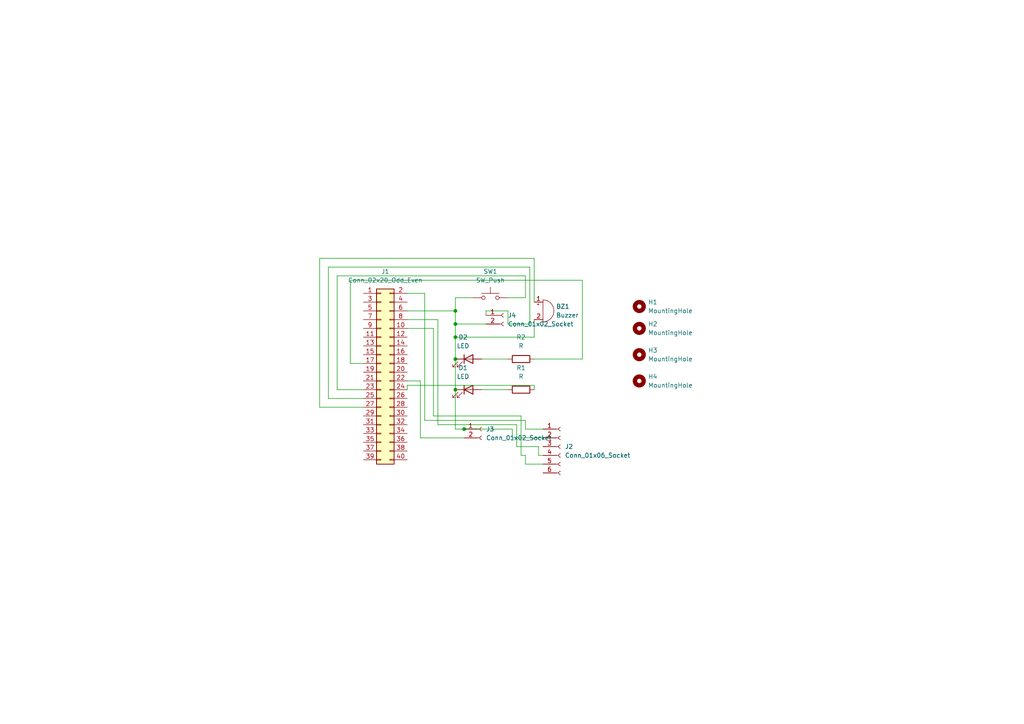
<source format=kicad_sch>
(kicad_sch (version 20230121) (generator eeschema)

  (uuid faf9f558-d058-469c-91ce-6083dbb2f944)

  (paper "A4")

  (lib_symbols
    (symbol "Connector:Conn_01x02_Socket" (pin_names (offset 1.016) hide) (in_bom yes) (on_board yes)
      (property "Reference" "J" (at 0 2.54 0)
        (effects (font (size 1.27 1.27)))
      )
      (property "Value" "Conn_01x02_Socket" (at 0 -5.08 0)
        (effects (font (size 1.27 1.27)))
      )
      (property "Footprint" "" (at 0 0 0)
        (effects (font (size 1.27 1.27)) hide)
      )
      (property "Datasheet" "~" (at 0 0 0)
        (effects (font (size 1.27 1.27)) hide)
      )
      (property "ki_locked" "" (at 0 0 0)
        (effects (font (size 1.27 1.27)))
      )
      (property "ki_keywords" "connector" (at 0 0 0)
        (effects (font (size 1.27 1.27)) hide)
      )
      (property "ki_description" "Generic connector, single row, 01x02, script generated" (at 0 0 0)
        (effects (font (size 1.27 1.27)) hide)
      )
      (property "ki_fp_filters" "Connector*:*_1x??_*" (at 0 0 0)
        (effects (font (size 1.27 1.27)) hide)
      )
      (symbol "Conn_01x02_Socket_1_1"
        (arc (start 0 -2.032) (mid -0.5058 -2.54) (end 0 -3.048)
          (stroke (width 0.1524) (type default))
          (fill (type none))
        )
        (polyline
          (pts
            (xy -1.27 -2.54)
            (xy -0.508 -2.54)
          )
          (stroke (width 0.1524) (type default))
          (fill (type none))
        )
        (polyline
          (pts
            (xy -1.27 0)
            (xy -0.508 0)
          )
          (stroke (width 0.1524) (type default))
          (fill (type none))
        )
        (arc (start 0 0.508) (mid -0.5058 0) (end 0 -0.508)
          (stroke (width 0.1524) (type default))
          (fill (type none))
        )
        (pin passive line (at -5.08 0 0) (length 3.81)
          (name "Pin_1" (effects (font (size 1.27 1.27))))
          (number "1" (effects (font (size 1.27 1.27))))
        )
        (pin passive line (at -5.08 -2.54 0) (length 3.81)
          (name "Pin_2" (effects (font (size 1.27 1.27))))
          (number "2" (effects (font (size 1.27 1.27))))
        )
      )
    )
    (symbol "Connector:Conn_01x06_Socket" (pin_names (offset 1.016) hide) (in_bom yes) (on_board yes)
      (property "Reference" "J" (at 0 7.62 0)
        (effects (font (size 1.27 1.27)))
      )
      (property "Value" "Conn_01x06_Socket" (at 0 -10.16 0)
        (effects (font (size 1.27 1.27)))
      )
      (property "Footprint" "" (at 0 0 0)
        (effects (font (size 1.27 1.27)) hide)
      )
      (property "Datasheet" "~" (at 0 0 0)
        (effects (font (size 1.27 1.27)) hide)
      )
      (property "ki_locked" "" (at 0 0 0)
        (effects (font (size 1.27 1.27)))
      )
      (property "ki_keywords" "connector" (at 0 0 0)
        (effects (font (size 1.27 1.27)) hide)
      )
      (property "ki_description" "Generic connector, single row, 01x06, script generated" (at 0 0 0)
        (effects (font (size 1.27 1.27)) hide)
      )
      (property "ki_fp_filters" "Connector*:*_1x??_*" (at 0 0 0)
        (effects (font (size 1.27 1.27)) hide)
      )
      (symbol "Conn_01x06_Socket_1_1"
        (arc (start 0 -7.112) (mid -0.5058 -7.62) (end 0 -8.128)
          (stroke (width 0.1524) (type default))
          (fill (type none))
        )
        (arc (start 0 -4.572) (mid -0.5058 -5.08) (end 0 -5.588)
          (stroke (width 0.1524) (type default))
          (fill (type none))
        )
        (arc (start 0 -2.032) (mid -0.5058 -2.54) (end 0 -3.048)
          (stroke (width 0.1524) (type default))
          (fill (type none))
        )
        (polyline
          (pts
            (xy -1.27 -7.62)
            (xy -0.508 -7.62)
          )
          (stroke (width 0.1524) (type default))
          (fill (type none))
        )
        (polyline
          (pts
            (xy -1.27 -5.08)
            (xy -0.508 -5.08)
          )
          (stroke (width 0.1524) (type default))
          (fill (type none))
        )
        (polyline
          (pts
            (xy -1.27 -2.54)
            (xy -0.508 -2.54)
          )
          (stroke (width 0.1524) (type default))
          (fill (type none))
        )
        (polyline
          (pts
            (xy -1.27 0)
            (xy -0.508 0)
          )
          (stroke (width 0.1524) (type default))
          (fill (type none))
        )
        (polyline
          (pts
            (xy -1.27 2.54)
            (xy -0.508 2.54)
          )
          (stroke (width 0.1524) (type default))
          (fill (type none))
        )
        (polyline
          (pts
            (xy -1.27 5.08)
            (xy -0.508 5.08)
          )
          (stroke (width 0.1524) (type default))
          (fill (type none))
        )
        (arc (start 0 0.508) (mid -0.5058 0) (end 0 -0.508)
          (stroke (width 0.1524) (type default))
          (fill (type none))
        )
        (arc (start 0 3.048) (mid -0.5058 2.54) (end 0 2.032)
          (stroke (width 0.1524) (type default))
          (fill (type none))
        )
        (arc (start 0 5.588) (mid -0.5058 5.08) (end 0 4.572)
          (stroke (width 0.1524) (type default))
          (fill (type none))
        )
        (pin passive line (at -5.08 5.08 0) (length 3.81)
          (name "Pin_1" (effects (font (size 1.27 1.27))))
          (number "1" (effects (font (size 1.27 1.27))))
        )
        (pin passive line (at -5.08 2.54 0) (length 3.81)
          (name "Pin_2" (effects (font (size 1.27 1.27))))
          (number "2" (effects (font (size 1.27 1.27))))
        )
        (pin passive line (at -5.08 0 0) (length 3.81)
          (name "Pin_3" (effects (font (size 1.27 1.27))))
          (number "3" (effects (font (size 1.27 1.27))))
        )
        (pin passive line (at -5.08 -2.54 0) (length 3.81)
          (name "Pin_4" (effects (font (size 1.27 1.27))))
          (number "4" (effects (font (size 1.27 1.27))))
        )
        (pin passive line (at -5.08 -5.08 0) (length 3.81)
          (name "Pin_5" (effects (font (size 1.27 1.27))))
          (number "5" (effects (font (size 1.27 1.27))))
        )
        (pin passive line (at -5.08 -7.62 0) (length 3.81)
          (name "Pin_6" (effects (font (size 1.27 1.27))))
          (number "6" (effects (font (size 1.27 1.27))))
        )
      )
    )
    (symbol "Connector_Generic:Conn_02x20_Odd_Even" (pin_names (offset 1.016) hide) (in_bom yes) (on_board yes)
      (property "Reference" "J" (at 1.27 25.4 0)
        (effects (font (size 1.27 1.27)))
      )
      (property "Value" "Conn_02x20_Odd_Even" (at 1.27 -27.94 0)
        (effects (font (size 1.27 1.27)))
      )
      (property "Footprint" "" (at 0 0 0)
        (effects (font (size 1.27 1.27)) hide)
      )
      (property "Datasheet" "~" (at 0 0 0)
        (effects (font (size 1.27 1.27)) hide)
      )
      (property "ki_keywords" "connector" (at 0 0 0)
        (effects (font (size 1.27 1.27)) hide)
      )
      (property "ki_description" "Generic connector, double row, 02x20, odd/even pin numbering scheme (row 1 odd numbers, row 2 even numbers), script generated (kicad-library-utils/schlib/autogen/connector/)" (at 0 0 0)
        (effects (font (size 1.27 1.27)) hide)
      )
      (property "ki_fp_filters" "Connector*:*_2x??_*" (at 0 0 0)
        (effects (font (size 1.27 1.27)) hide)
      )
      (symbol "Conn_02x20_Odd_Even_1_1"
        (rectangle (start -1.27 -25.273) (end 0 -25.527)
          (stroke (width 0.1524) (type default))
          (fill (type none))
        )
        (rectangle (start -1.27 -22.733) (end 0 -22.987)
          (stroke (width 0.1524) (type default))
          (fill (type none))
        )
        (rectangle (start -1.27 -20.193) (end 0 -20.447)
          (stroke (width 0.1524) (type default))
          (fill (type none))
        )
        (rectangle (start -1.27 -17.653) (end 0 -17.907)
          (stroke (width 0.1524) (type default))
          (fill (type none))
        )
        (rectangle (start -1.27 -15.113) (end 0 -15.367)
          (stroke (width 0.1524) (type default))
          (fill (type none))
        )
        (rectangle (start -1.27 -12.573) (end 0 -12.827)
          (stroke (width 0.1524) (type default))
          (fill (type none))
        )
        (rectangle (start -1.27 -10.033) (end 0 -10.287)
          (stroke (width 0.1524) (type default))
          (fill (type none))
        )
        (rectangle (start -1.27 -7.493) (end 0 -7.747)
          (stroke (width 0.1524) (type default))
          (fill (type none))
        )
        (rectangle (start -1.27 -4.953) (end 0 -5.207)
          (stroke (width 0.1524) (type default))
          (fill (type none))
        )
        (rectangle (start -1.27 -2.413) (end 0 -2.667)
          (stroke (width 0.1524) (type default))
          (fill (type none))
        )
        (rectangle (start -1.27 0.127) (end 0 -0.127)
          (stroke (width 0.1524) (type default))
          (fill (type none))
        )
        (rectangle (start -1.27 2.667) (end 0 2.413)
          (stroke (width 0.1524) (type default))
          (fill (type none))
        )
        (rectangle (start -1.27 5.207) (end 0 4.953)
          (stroke (width 0.1524) (type default))
          (fill (type none))
        )
        (rectangle (start -1.27 7.747) (end 0 7.493)
          (stroke (width 0.1524) (type default))
          (fill (type none))
        )
        (rectangle (start -1.27 10.287) (end 0 10.033)
          (stroke (width 0.1524) (type default))
          (fill (type none))
        )
        (rectangle (start -1.27 12.827) (end 0 12.573)
          (stroke (width 0.1524) (type default))
          (fill (type none))
        )
        (rectangle (start -1.27 15.367) (end 0 15.113)
          (stroke (width 0.1524) (type default))
          (fill (type none))
        )
        (rectangle (start -1.27 17.907) (end 0 17.653)
          (stroke (width 0.1524) (type default))
          (fill (type none))
        )
        (rectangle (start -1.27 20.447) (end 0 20.193)
          (stroke (width 0.1524) (type default))
          (fill (type none))
        )
        (rectangle (start -1.27 22.987) (end 0 22.733)
          (stroke (width 0.1524) (type default))
          (fill (type none))
        )
        (rectangle (start -1.27 24.13) (end 3.81 -26.67)
          (stroke (width 0.254) (type default))
          (fill (type background))
        )
        (rectangle (start 3.81 -25.273) (end 2.54 -25.527)
          (stroke (width 0.1524) (type default))
          (fill (type none))
        )
        (rectangle (start 3.81 -22.733) (end 2.54 -22.987)
          (stroke (width 0.1524) (type default))
          (fill (type none))
        )
        (rectangle (start 3.81 -20.193) (end 2.54 -20.447)
          (stroke (width 0.1524) (type default))
          (fill (type none))
        )
        (rectangle (start 3.81 -17.653) (end 2.54 -17.907)
          (stroke (width 0.1524) (type default))
          (fill (type none))
        )
        (rectangle (start 3.81 -15.113) (end 2.54 -15.367)
          (stroke (width 0.1524) (type default))
          (fill (type none))
        )
        (rectangle (start 3.81 -12.573) (end 2.54 -12.827)
          (stroke (width 0.1524) (type default))
          (fill (type none))
        )
        (rectangle (start 3.81 -10.033) (end 2.54 -10.287)
          (stroke (width 0.1524) (type default))
          (fill (type none))
        )
        (rectangle (start 3.81 -7.493) (end 2.54 -7.747)
          (stroke (width 0.1524) (type default))
          (fill (type none))
        )
        (rectangle (start 3.81 -4.953) (end 2.54 -5.207)
          (stroke (width 0.1524) (type default))
          (fill (type none))
        )
        (rectangle (start 3.81 -2.413) (end 2.54 -2.667)
          (stroke (width 0.1524) (type default))
          (fill (type none))
        )
        (rectangle (start 3.81 0.127) (end 2.54 -0.127)
          (stroke (width 0.1524) (type default))
          (fill (type none))
        )
        (rectangle (start 3.81 2.667) (end 2.54 2.413)
          (stroke (width 0.1524) (type default))
          (fill (type none))
        )
        (rectangle (start 3.81 5.207) (end 2.54 4.953)
          (stroke (width 0.1524) (type default))
          (fill (type none))
        )
        (rectangle (start 3.81 7.747) (end 2.54 7.493)
          (stroke (width 0.1524) (type default))
          (fill (type none))
        )
        (rectangle (start 3.81 10.287) (end 2.54 10.033)
          (stroke (width 0.1524) (type default))
          (fill (type none))
        )
        (rectangle (start 3.81 12.827) (end 2.54 12.573)
          (stroke (width 0.1524) (type default))
          (fill (type none))
        )
        (rectangle (start 3.81 15.367) (end 2.54 15.113)
          (stroke (width 0.1524) (type default))
          (fill (type none))
        )
        (rectangle (start 3.81 17.907) (end 2.54 17.653)
          (stroke (width 0.1524) (type default))
          (fill (type none))
        )
        (rectangle (start 3.81 20.447) (end 2.54 20.193)
          (stroke (width 0.1524) (type default))
          (fill (type none))
        )
        (rectangle (start 3.81 22.987) (end 2.54 22.733)
          (stroke (width 0.1524) (type default))
          (fill (type none))
        )
        (pin passive line (at -5.08 22.86 0) (length 3.81)
          (name "Pin_1" (effects (font (size 1.27 1.27))))
          (number "1" (effects (font (size 1.27 1.27))))
        )
        (pin passive line (at 7.62 12.7 180) (length 3.81)
          (name "Pin_10" (effects (font (size 1.27 1.27))))
          (number "10" (effects (font (size 1.27 1.27))))
        )
        (pin passive line (at -5.08 10.16 0) (length 3.81)
          (name "Pin_11" (effects (font (size 1.27 1.27))))
          (number "11" (effects (font (size 1.27 1.27))))
        )
        (pin passive line (at 7.62 10.16 180) (length 3.81)
          (name "Pin_12" (effects (font (size 1.27 1.27))))
          (number "12" (effects (font (size 1.27 1.27))))
        )
        (pin passive line (at -5.08 7.62 0) (length 3.81)
          (name "Pin_13" (effects (font (size 1.27 1.27))))
          (number "13" (effects (font (size 1.27 1.27))))
        )
        (pin passive line (at 7.62 7.62 180) (length 3.81)
          (name "Pin_14" (effects (font (size 1.27 1.27))))
          (number "14" (effects (font (size 1.27 1.27))))
        )
        (pin passive line (at -5.08 5.08 0) (length 3.81)
          (name "Pin_15" (effects (font (size 1.27 1.27))))
          (number "15" (effects (font (size 1.27 1.27))))
        )
        (pin passive line (at 7.62 5.08 180) (length 3.81)
          (name "Pin_16" (effects (font (size 1.27 1.27))))
          (number "16" (effects (font (size 1.27 1.27))))
        )
        (pin passive line (at -5.08 2.54 0) (length 3.81)
          (name "Pin_17" (effects (font (size 1.27 1.27))))
          (number "17" (effects (font (size 1.27 1.27))))
        )
        (pin passive line (at 7.62 2.54 180) (length 3.81)
          (name "Pin_18" (effects (font (size 1.27 1.27))))
          (number "18" (effects (font (size 1.27 1.27))))
        )
        (pin passive line (at -5.08 0 0) (length 3.81)
          (name "Pin_19" (effects (font (size 1.27 1.27))))
          (number "19" (effects (font (size 1.27 1.27))))
        )
        (pin passive line (at 7.62 22.86 180) (length 3.81)
          (name "Pin_2" (effects (font (size 1.27 1.27))))
          (number "2" (effects (font (size 1.27 1.27))))
        )
        (pin passive line (at 7.62 0 180) (length 3.81)
          (name "Pin_20" (effects (font (size 1.27 1.27))))
          (number "20" (effects (font (size 1.27 1.27))))
        )
        (pin passive line (at -5.08 -2.54 0) (length 3.81)
          (name "Pin_21" (effects (font (size 1.27 1.27))))
          (number "21" (effects (font (size 1.27 1.27))))
        )
        (pin passive line (at 7.62 -2.54 180) (length 3.81)
          (name "Pin_22" (effects (font (size 1.27 1.27))))
          (number "22" (effects (font (size 1.27 1.27))))
        )
        (pin passive line (at -5.08 -5.08 0) (length 3.81)
          (name "Pin_23" (effects (font (size 1.27 1.27))))
          (number "23" (effects (font (size 1.27 1.27))))
        )
        (pin passive line (at 7.62 -5.08 180) (length 3.81)
          (name "Pin_24" (effects (font (size 1.27 1.27))))
          (number "24" (effects (font (size 1.27 1.27))))
        )
        (pin passive line (at -5.08 -7.62 0) (length 3.81)
          (name "Pin_25" (effects (font (size 1.27 1.27))))
          (number "25" (effects (font (size 1.27 1.27))))
        )
        (pin passive line (at 7.62 -7.62 180) (length 3.81)
          (name "Pin_26" (effects (font (size 1.27 1.27))))
          (number "26" (effects (font (size 1.27 1.27))))
        )
        (pin passive line (at -5.08 -10.16 0) (length 3.81)
          (name "Pin_27" (effects (font (size 1.27 1.27))))
          (number "27" (effects (font (size 1.27 1.27))))
        )
        (pin passive line (at 7.62 -10.16 180) (length 3.81)
          (name "Pin_28" (effects (font (size 1.27 1.27))))
          (number "28" (effects (font (size 1.27 1.27))))
        )
        (pin passive line (at -5.08 -12.7 0) (length 3.81)
          (name "Pin_29" (effects (font (size 1.27 1.27))))
          (number "29" (effects (font (size 1.27 1.27))))
        )
        (pin passive line (at -5.08 20.32 0) (length 3.81)
          (name "Pin_3" (effects (font (size 1.27 1.27))))
          (number "3" (effects (font (size 1.27 1.27))))
        )
        (pin passive line (at 7.62 -12.7 180) (length 3.81)
          (name "Pin_30" (effects (font (size 1.27 1.27))))
          (number "30" (effects (font (size 1.27 1.27))))
        )
        (pin passive line (at -5.08 -15.24 0) (length 3.81)
          (name "Pin_31" (effects (font (size 1.27 1.27))))
          (number "31" (effects (font (size 1.27 1.27))))
        )
        (pin passive line (at 7.62 -15.24 180) (length 3.81)
          (name "Pin_32" (effects (font (size 1.27 1.27))))
          (number "32" (effects (font (size 1.27 1.27))))
        )
        (pin passive line (at -5.08 -17.78 0) (length 3.81)
          (name "Pin_33" (effects (font (size 1.27 1.27))))
          (number "33" (effects (font (size 1.27 1.27))))
        )
        (pin passive line (at 7.62 -17.78 180) (length 3.81)
          (name "Pin_34" (effects (font (size 1.27 1.27))))
          (number "34" (effects (font (size 1.27 1.27))))
        )
        (pin passive line (at -5.08 -20.32 0) (length 3.81)
          (name "Pin_35" (effects (font (size 1.27 1.27))))
          (number "35" (effects (font (size 1.27 1.27))))
        )
        (pin passive line (at 7.62 -20.32 180) (length 3.81)
          (name "Pin_36" (effects (font (size 1.27 1.27))))
          (number "36" (effects (font (size 1.27 1.27))))
        )
        (pin passive line (at -5.08 -22.86 0) (length 3.81)
          (name "Pin_37" (effects (font (size 1.27 1.27))))
          (number "37" (effects (font (size 1.27 1.27))))
        )
        (pin passive line (at 7.62 -22.86 180) (length 3.81)
          (name "Pin_38" (effects (font (size 1.27 1.27))))
          (number "38" (effects (font (size 1.27 1.27))))
        )
        (pin passive line (at -5.08 -25.4 0) (length 3.81)
          (name "Pin_39" (effects (font (size 1.27 1.27))))
          (number "39" (effects (font (size 1.27 1.27))))
        )
        (pin passive line (at 7.62 20.32 180) (length 3.81)
          (name "Pin_4" (effects (font (size 1.27 1.27))))
          (number "4" (effects (font (size 1.27 1.27))))
        )
        (pin passive line (at 7.62 -25.4 180) (length 3.81)
          (name "Pin_40" (effects (font (size 1.27 1.27))))
          (number "40" (effects (font (size 1.27 1.27))))
        )
        (pin passive line (at -5.08 17.78 0) (length 3.81)
          (name "Pin_5" (effects (font (size 1.27 1.27))))
          (number "5" (effects (font (size 1.27 1.27))))
        )
        (pin passive line (at 7.62 17.78 180) (length 3.81)
          (name "Pin_6" (effects (font (size 1.27 1.27))))
          (number "6" (effects (font (size 1.27 1.27))))
        )
        (pin passive line (at -5.08 15.24 0) (length 3.81)
          (name "Pin_7" (effects (font (size 1.27 1.27))))
          (number "7" (effects (font (size 1.27 1.27))))
        )
        (pin passive line (at 7.62 15.24 180) (length 3.81)
          (name "Pin_8" (effects (font (size 1.27 1.27))))
          (number "8" (effects (font (size 1.27 1.27))))
        )
        (pin passive line (at -5.08 12.7 0) (length 3.81)
          (name "Pin_9" (effects (font (size 1.27 1.27))))
          (number "9" (effects (font (size 1.27 1.27))))
        )
      )
    )
    (symbol "Device:Buzzer" (pin_names (offset 0.0254) hide) (in_bom yes) (on_board yes)
      (property "Reference" "BZ" (at 3.81 1.27 0)
        (effects (font (size 1.27 1.27)) (justify left))
      )
      (property "Value" "Buzzer" (at 3.81 -1.27 0)
        (effects (font (size 1.27 1.27)) (justify left))
      )
      (property "Footprint" "" (at -0.635 2.54 90)
        (effects (font (size 1.27 1.27)) hide)
      )
      (property "Datasheet" "~" (at -0.635 2.54 90)
        (effects (font (size 1.27 1.27)) hide)
      )
      (property "ki_keywords" "quartz resonator ceramic" (at 0 0 0)
        (effects (font (size 1.27 1.27)) hide)
      )
      (property "ki_description" "Buzzer, polarized" (at 0 0 0)
        (effects (font (size 1.27 1.27)) hide)
      )
      (property "ki_fp_filters" "*Buzzer*" (at 0 0 0)
        (effects (font (size 1.27 1.27)) hide)
      )
      (symbol "Buzzer_0_1"
        (arc (start 0 -3.175) (mid 3.1612 0) (end 0 3.175)
          (stroke (width 0) (type default))
          (fill (type none))
        )
        (polyline
          (pts
            (xy -1.651 1.905)
            (xy -1.143 1.905)
          )
          (stroke (width 0) (type default))
          (fill (type none))
        )
        (polyline
          (pts
            (xy -1.397 2.159)
            (xy -1.397 1.651)
          )
          (stroke (width 0) (type default))
          (fill (type none))
        )
        (polyline
          (pts
            (xy 0 3.175)
            (xy 0 -3.175)
          )
          (stroke (width 0) (type default))
          (fill (type none))
        )
      )
      (symbol "Buzzer_1_1"
        (pin passive line (at -2.54 2.54 0) (length 2.54)
          (name "-" (effects (font (size 1.27 1.27))))
          (number "1" (effects (font (size 1.27 1.27))))
        )
        (pin passive line (at -2.54 -2.54 0) (length 2.54)
          (name "+" (effects (font (size 1.27 1.27))))
          (number "2" (effects (font (size 1.27 1.27))))
        )
      )
    )
    (symbol "Device:LED" (pin_numbers hide) (pin_names (offset 1.016) hide) (in_bom yes) (on_board yes)
      (property "Reference" "D" (at 0 2.54 0)
        (effects (font (size 1.27 1.27)))
      )
      (property "Value" "LED" (at 0 -2.54 0)
        (effects (font (size 1.27 1.27)))
      )
      (property "Footprint" "" (at 0 0 0)
        (effects (font (size 1.27 1.27)) hide)
      )
      (property "Datasheet" "~" (at 0 0 0)
        (effects (font (size 1.27 1.27)) hide)
      )
      (property "ki_keywords" "LED diode" (at 0 0 0)
        (effects (font (size 1.27 1.27)) hide)
      )
      (property "ki_description" "Light emitting diode" (at 0 0 0)
        (effects (font (size 1.27 1.27)) hide)
      )
      (property "ki_fp_filters" "LED* LED_SMD:* LED_THT:*" (at 0 0 0)
        (effects (font (size 1.27 1.27)) hide)
      )
      (symbol "LED_0_1"
        (polyline
          (pts
            (xy -1.27 -1.27)
            (xy -1.27 1.27)
          )
          (stroke (width 0.254) (type default))
          (fill (type none))
        )
        (polyline
          (pts
            (xy -1.27 0)
            (xy 1.27 0)
          )
          (stroke (width 0) (type default))
          (fill (type none))
        )
        (polyline
          (pts
            (xy 1.27 -1.27)
            (xy 1.27 1.27)
            (xy -1.27 0)
            (xy 1.27 -1.27)
          )
          (stroke (width 0.254) (type default))
          (fill (type none))
        )
        (polyline
          (pts
            (xy -3.048 -0.762)
            (xy -4.572 -2.286)
            (xy -3.81 -2.286)
            (xy -4.572 -2.286)
            (xy -4.572 -1.524)
          )
          (stroke (width 0) (type default))
          (fill (type none))
        )
        (polyline
          (pts
            (xy -1.778 -0.762)
            (xy -3.302 -2.286)
            (xy -2.54 -2.286)
            (xy -3.302 -2.286)
            (xy -3.302 -1.524)
          )
          (stroke (width 0) (type default))
          (fill (type none))
        )
      )
      (symbol "LED_1_1"
        (pin passive line (at -3.81 0 0) (length 2.54)
          (name "K" (effects (font (size 1.27 1.27))))
          (number "1" (effects (font (size 1.27 1.27))))
        )
        (pin passive line (at 3.81 0 180) (length 2.54)
          (name "A" (effects (font (size 1.27 1.27))))
          (number "2" (effects (font (size 1.27 1.27))))
        )
      )
    )
    (symbol "Device:R" (pin_numbers hide) (pin_names (offset 0)) (in_bom yes) (on_board yes)
      (property "Reference" "R" (at 2.032 0 90)
        (effects (font (size 1.27 1.27)))
      )
      (property "Value" "R" (at 0 0 90)
        (effects (font (size 1.27 1.27)))
      )
      (property "Footprint" "" (at -1.778 0 90)
        (effects (font (size 1.27 1.27)) hide)
      )
      (property "Datasheet" "~" (at 0 0 0)
        (effects (font (size 1.27 1.27)) hide)
      )
      (property "ki_keywords" "R res resistor" (at 0 0 0)
        (effects (font (size 1.27 1.27)) hide)
      )
      (property "ki_description" "Resistor" (at 0 0 0)
        (effects (font (size 1.27 1.27)) hide)
      )
      (property "ki_fp_filters" "R_*" (at 0 0 0)
        (effects (font (size 1.27 1.27)) hide)
      )
      (symbol "R_0_1"
        (rectangle (start -1.016 -2.54) (end 1.016 2.54)
          (stroke (width 0.254) (type default))
          (fill (type none))
        )
      )
      (symbol "R_1_1"
        (pin passive line (at 0 3.81 270) (length 1.27)
          (name "~" (effects (font (size 1.27 1.27))))
          (number "1" (effects (font (size 1.27 1.27))))
        )
        (pin passive line (at 0 -3.81 90) (length 1.27)
          (name "~" (effects (font (size 1.27 1.27))))
          (number "2" (effects (font (size 1.27 1.27))))
        )
      )
    )
    (symbol "Mechanical:MountingHole" (pin_names (offset 1.016)) (in_bom yes) (on_board yes)
      (property "Reference" "H" (at 0 5.08 0)
        (effects (font (size 1.27 1.27)))
      )
      (property "Value" "MountingHole" (at 0 3.175 0)
        (effects (font (size 1.27 1.27)))
      )
      (property "Footprint" "" (at 0 0 0)
        (effects (font (size 1.27 1.27)) hide)
      )
      (property "Datasheet" "~" (at 0 0 0)
        (effects (font (size 1.27 1.27)) hide)
      )
      (property "ki_keywords" "mounting hole" (at 0 0 0)
        (effects (font (size 1.27 1.27)) hide)
      )
      (property "ki_description" "Mounting Hole without connection" (at 0 0 0)
        (effects (font (size 1.27 1.27)) hide)
      )
      (property "ki_fp_filters" "MountingHole*" (at 0 0 0)
        (effects (font (size 1.27 1.27)) hide)
      )
      (symbol "MountingHole_0_1"
        (circle (center 0 0) (radius 1.27)
          (stroke (width 1.27) (type default))
          (fill (type none))
        )
      )
    )
    (symbol "Switch:SW_Push" (pin_numbers hide) (pin_names (offset 1.016) hide) (in_bom yes) (on_board yes)
      (property "Reference" "SW" (at 1.27 2.54 0)
        (effects (font (size 1.27 1.27)) (justify left))
      )
      (property "Value" "SW_Push" (at 0 -1.524 0)
        (effects (font (size 1.27 1.27)))
      )
      (property "Footprint" "" (at 0 5.08 0)
        (effects (font (size 1.27 1.27)) hide)
      )
      (property "Datasheet" "~" (at 0 5.08 0)
        (effects (font (size 1.27 1.27)) hide)
      )
      (property "ki_keywords" "switch normally-open pushbutton push-button" (at 0 0 0)
        (effects (font (size 1.27 1.27)) hide)
      )
      (property "ki_description" "Push button switch, generic, two pins" (at 0 0 0)
        (effects (font (size 1.27 1.27)) hide)
      )
      (symbol "SW_Push_0_1"
        (circle (center -2.032 0) (radius 0.508)
          (stroke (width 0) (type default))
          (fill (type none))
        )
        (polyline
          (pts
            (xy 0 1.27)
            (xy 0 3.048)
          )
          (stroke (width 0) (type default))
          (fill (type none))
        )
        (polyline
          (pts
            (xy 2.54 1.27)
            (xy -2.54 1.27)
          )
          (stroke (width 0) (type default))
          (fill (type none))
        )
        (circle (center 2.032 0) (radius 0.508)
          (stroke (width 0) (type default))
          (fill (type none))
        )
        (pin passive line (at -5.08 0 0) (length 2.54)
          (name "1" (effects (font (size 1.27 1.27))))
          (number "1" (effects (font (size 1.27 1.27))))
        )
        (pin passive line (at 5.08 0 180) (length 2.54)
          (name "2" (effects (font (size 1.27 1.27))))
          (number "2" (effects (font (size 1.27 1.27))))
        )
      )
    )
  )

  (junction (at 132.08 97.79) (diameter 0) (color 0 0 0 0)
    (uuid 3ffdc0a7-1fbb-4e57-a212-073a746e42a7)
  )
  (junction (at 132.08 113.03) (diameter 0) (color 0 0 0 0)
    (uuid 810f66cb-f0d7-4fa6-80f4-7f7d26d799e9)
  )
  (junction (at 132.08 104.14) (diameter 0) (color 0 0 0 0)
    (uuid 8b7378de-d920-491e-bb65-bb243f413414)
  )
  (junction (at 134.62 124.46) (diameter 0) (color 0 0 0 0)
    (uuid 9a249172-2afa-45df-a441-7e855f220dfe)
  )
  (junction (at 132.08 90.17) (diameter 0) (color 0 0 0 0)
    (uuid b941bc5f-f548-46e4-9a54-1ddd2ecc442e)
  )
  (junction (at 132.08 93.98) (diameter 0) (color 0 0 0 0)
    (uuid ca5d3e53-efea-4ad9-9ff1-85b1bf2ca15d)
  )

  (wire (pts (xy 153.67 93.98) (xy 147.32 93.98))
    (stroke (width 0) (type default))
    (uuid 0d989644-b10d-4a1b-9fb1-b12f9f9b43cf)
  )
  (wire (pts (xy 101.6 81.28) (xy 168.91 81.28))
    (stroke (width 0) (type default))
    (uuid 0db535df-73b3-422b-a6e4-bd18aca18f64)
  )
  (wire (pts (xy 118.11 85.09) (xy 123.19 85.09))
    (stroke (width 0) (type default))
    (uuid 187bc2ce-17e8-4588-9525-6e8d9dd3bf26)
  )
  (wire (pts (xy 152.4 124.46) (xy 157.48 124.46))
    (stroke (width 0) (type default))
    (uuid 19548c66-1ca4-480c-b74a-1698e915a531)
  )
  (wire (pts (xy 149.86 123.19) (xy 149.86 129.54))
    (stroke (width 0) (type default))
    (uuid 199349ba-9182-4292-912b-71ea671d69a8)
  )
  (wire (pts (xy 95.25 115.57) (xy 95.25 77.47))
    (stroke (width 0) (type default))
    (uuid 19dc5a9a-16fb-419d-9480-eeceffebbde0)
  )
  (wire (pts (xy 97.79 113.03) (xy 97.79 80.01))
    (stroke (width 0) (type default))
    (uuid 1cbf02c0-6af8-4368-aa1d-3dae2cd10894)
  )
  (wire (pts (xy 92.71 74.93) (xy 154.94 74.93))
    (stroke (width 0) (type default))
    (uuid 1d0ea14f-d0e7-455e-9354-a13646c2b522)
  )
  (wire (pts (xy 101.6 105.41) (xy 101.6 81.28))
    (stroke (width 0) (type default))
    (uuid 214345aa-e3df-4ff2-9bae-f1c29c0edd7b)
  )
  (wire (pts (xy 147.32 93.98) (xy 147.32 90.17))
    (stroke (width 0) (type default))
    (uuid 2a075361-c25b-4deb-8d68-2ffeef0fc2ff)
  )
  (wire (pts (xy 154.94 97.79) (xy 132.08 97.79))
    (stroke (width 0) (type default))
    (uuid 30ce2c70-912a-4bd6-ac7c-1b1ffc13863d)
  )
  (wire (pts (xy 152.4 80.01) (xy 152.4 86.36))
    (stroke (width 0) (type default))
    (uuid 35563df9-a9c3-4884-9e0d-a5938b2a1f3b)
  )
  (wire (pts (xy 132.08 113.03) (xy 132.08 124.46))
    (stroke (width 0) (type default))
    (uuid 357feede-a360-4be4-99b1-a9a091e8b05d)
  )
  (wire (pts (xy 132.08 86.36) (xy 137.16 86.36))
    (stroke (width 0) (type default))
    (uuid 38044a9c-db61-4eac-820b-b2f7c22a6d46)
  )
  (wire (pts (xy 132.08 93.98) (xy 132.08 97.79))
    (stroke (width 0) (type default))
    (uuid 3ea99282-ebbf-45b6-af45-7181b065cb30)
  )
  (wire (pts (xy 92.71 118.11) (xy 92.71 74.93))
    (stroke (width 0) (type default))
    (uuid 403ee7be-46fa-4758-9193-f28987472d86)
  )
  (wire (pts (xy 125.73 120.65) (xy 151.13 120.65))
    (stroke (width 0) (type default))
    (uuid 4167abd4-255d-4a0c-b684-b1aebcad9dae)
  )
  (wire (pts (xy 118.11 113.03) (xy 118.11 111.76))
    (stroke (width 0) (type default))
    (uuid 45a3a6b3-3323-48bf-84c5-7cbbcb03b0f0)
  )
  (wire (pts (xy 147.32 90.17) (xy 140.97 90.17))
    (stroke (width 0) (type default))
    (uuid 4da7dca2-4607-48cf-82e7-7361b9560825)
  )
  (wire (pts (xy 151.13 132.08) (xy 152.4 132.08))
    (stroke (width 0) (type default))
    (uuid 57b557d1-09eb-4307-be5c-5524c1ff7017)
  )
  (wire (pts (xy 123.19 85.09) (xy 123.19 121.92))
    (stroke (width 0) (type default))
    (uuid 645a38f5-67c6-4184-b1b9-ea6e464a9bb5)
  )
  (wire (pts (xy 152.4 132.08) (xy 152.4 134.62))
    (stroke (width 0) (type default))
    (uuid 646a56ba-8d4c-4bfc-9b28-454dcc5b573a)
  )
  (wire (pts (xy 168.91 81.28) (xy 168.91 104.14))
    (stroke (width 0) (type default))
    (uuid 69865f65-de22-4e0e-8861-03a27762f8eb)
  )
  (wire (pts (xy 105.41 113.03) (xy 97.79 113.03))
    (stroke (width 0) (type default))
    (uuid 6b4e83d8-4806-465d-a824-859dbd14adda)
  )
  (wire (pts (xy 118.11 110.49) (xy 121.92 110.49))
    (stroke (width 0) (type default))
    (uuid 6f22125c-2ba0-41e4-acbf-8534c7006527)
  )
  (wire (pts (xy 105.41 105.41) (xy 101.6 105.41))
    (stroke (width 0) (type default))
    (uuid 70abd657-9876-44d6-8e66-4f3dc6f5a812)
  )
  (wire (pts (xy 132.08 90.17) (xy 132.08 86.36))
    (stroke (width 0) (type default))
    (uuid 76f484d1-3507-4c34-9e60-ce075bd7aa75)
  )
  (wire (pts (xy 154.94 74.93) (xy 154.94 87.63))
    (stroke (width 0) (type default))
    (uuid 77228970-037c-4a4c-932d-a786456ce757)
  )
  (wire (pts (xy 105.41 115.57) (xy 95.25 115.57))
    (stroke (width 0) (type default))
    (uuid 7afa4bbb-bb56-43ea-984b-38c6d087c96e)
  )
  (wire (pts (xy 132.08 104.14) (xy 132.08 113.03))
    (stroke (width 0) (type default))
    (uuid 7fcdb27a-79e8-432b-87e3-de1c1a41cfe2)
  )
  (wire (pts (xy 132.08 93.98) (xy 140.97 93.98))
    (stroke (width 0) (type default))
    (uuid 848ecb58-dfd7-4068-9533-d0171bf5b6c1)
  )
  (wire (pts (xy 105.41 118.11) (xy 92.71 118.11))
    (stroke (width 0) (type default))
    (uuid 872fb666-99ac-4f79-8c1b-214fe8366897)
  )
  (wire (pts (xy 121.92 110.49) (xy 121.92 127))
    (stroke (width 0) (type default))
    (uuid 8b2c42dc-978a-4281-bb5a-0ea84a1098d1)
  )
  (wire (pts (xy 140.97 90.17) (xy 140.97 91.44))
    (stroke (width 0) (type default))
    (uuid 914c6275-48fe-44c9-9cea-8fa9dde9a3e0)
  )
  (wire (pts (xy 152.4 134.62) (xy 157.48 134.62))
    (stroke (width 0) (type default))
    (uuid 941f61fd-649c-42dd-81d0-ae5e77e50906)
  )
  (wire (pts (xy 118.11 111.76) (xy 154.94 111.76))
    (stroke (width 0) (type default))
    (uuid 94fb7ecd-7dd9-4c1a-b392-b3bb3f6908e0)
  )
  (wire (pts (xy 127 92.71) (xy 127 123.19))
    (stroke (width 0) (type default))
    (uuid 974e6d8a-297b-4445-948f-7df136ef3462)
  )
  (wire (pts (xy 154.94 92.71) (xy 154.94 97.79))
    (stroke (width 0) (type default))
    (uuid 98323774-c021-4917-b402-be7ea4c1de66)
  )
  (wire (pts (xy 118.11 90.17) (xy 132.08 90.17))
    (stroke (width 0) (type default))
    (uuid 9ab05095-f818-4b19-bbe1-2ed8545c500b)
  )
  (wire (pts (xy 121.92 127) (xy 134.62 127))
    (stroke (width 0) (type default))
    (uuid 9b44b4ff-bf47-4900-8c45-394d5230bb3f)
  )
  (wire (pts (xy 118.11 95.25) (xy 125.73 95.25))
    (stroke (width 0) (type default))
    (uuid 9d657716-ebdc-481d-a81b-b8f6f33d1b76)
  )
  (wire (pts (xy 132.08 124.46) (xy 134.62 124.46))
    (stroke (width 0) (type default))
    (uuid a1942a70-9a77-4035-aa0e-29db69c93f59)
  )
  (wire (pts (xy 156.21 132.08) (xy 157.48 132.08))
    (stroke (width 0) (type default))
    (uuid a23164ad-a272-4aa1-95f5-ab9332a6abf1)
  )
  (wire (pts (xy 118.11 92.71) (xy 127 92.71))
    (stroke (width 0) (type default))
    (uuid a62f97d0-6951-4478-84b8-507a533802fb)
  )
  (wire (pts (xy 154.94 111.76) (xy 154.94 113.03))
    (stroke (width 0) (type default))
    (uuid b081c661-2a2a-474c-bb66-7414e5773ad8)
  )
  (wire (pts (xy 125.73 95.25) (xy 125.73 120.65))
    (stroke (width 0) (type default))
    (uuid b5e9833e-9692-44f7-985e-ba88b174165a)
  )
  (wire (pts (xy 132.08 90.17) (xy 132.08 93.98))
    (stroke (width 0) (type default))
    (uuid c1c9dc21-61cb-4315-b719-968fa9bd8509)
  )
  (wire (pts (xy 132.08 97.79) (xy 132.08 104.14))
    (stroke (width 0) (type default))
    (uuid c5602bcd-e9b3-405b-ac10-44d0ff4466d2)
  )
  (wire (pts (xy 149.86 129.54) (xy 156.21 129.54))
    (stroke (width 0) (type default))
    (uuid c6f38589-f48a-4abb-b4d9-ad80dcb6fc20)
  )
  (wire (pts (xy 154.94 104.14) (xy 168.91 104.14))
    (stroke (width 0) (type default))
    (uuid c87b002f-542e-4ed4-a65e-07cc95b0a1ed)
  )
  (wire (pts (xy 97.79 80.01) (xy 152.4 80.01))
    (stroke (width 0) (type default))
    (uuid c94f40aa-5a35-4ce6-8188-cb857d9a4ce9)
  )
  (wire (pts (xy 127 123.19) (xy 149.86 123.19))
    (stroke (width 0) (type default))
    (uuid ca27d361-219d-4769-a028-09e77ab5fb65)
  )
  (wire (pts (xy 139.7 113.03) (xy 147.32 113.03))
    (stroke (width 0) (type default))
    (uuid ca7cb41e-38ad-4789-b94a-4bb139774290)
  )
  (wire (pts (xy 152.4 86.36) (xy 147.32 86.36))
    (stroke (width 0) (type default))
    (uuid caa17fa3-149a-4ae8-8761-0fb6c868d21f)
  )
  (wire (pts (xy 156.21 129.54) (xy 156.21 132.08))
    (stroke (width 0) (type default))
    (uuid d3f55f9a-3d68-46c0-9184-d1faad65022c)
  )
  (wire (pts (xy 95.25 77.47) (xy 153.67 77.47))
    (stroke (width 0) (type default))
    (uuid d5fbed37-dc5c-4095-bf77-c0dedfe9870d)
  )
  (wire (pts (xy 151.13 120.65) (xy 151.13 132.08))
    (stroke (width 0) (type default))
    (uuid d85be88d-206e-4d9b-a53b-c9e07a322742)
  )
  (wire (pts (xy 148.59 124.46) (xy 148.59 127))
    (stroke (width 0) (type default))
    (uuid d8c8544d-773e-4e8e-acdd-5263c3b8c661)
  )
  (wire (pts (xy 139.7 104.14) (xy 147.32 104.14))
    (stroke (width 0) (type default))
    (uuid dd2af3e9-7215-4193-9b6f-58091e9991f8)
  )
  (wire (pts (xy 123.19 121.92) (xy 152.4 121.92))
    (stroke (width 0) (type default))
    (uuid ecbc1380-6802-4f69-b705-a2cc841ebe5a)
  )
  (wire (pts (xy 134.62 124.46) (xy 148.59 124.46))
    (stroke (width 0) (type default))
    (uuid f1434e0d-e49f-4038-8737-60e0a81e4de2)
  )
  (wire (pts (xy 152.4 121.92) (xy 152.4 124.46))
    (stroke (width 0) (type default))
    (uuid f6a376fe-0b01-450e-a1c1-19facf25815e)
  )
  (wire (pts (xy 148.59 127) (xy 157.48 127))
    (stroke (width 0) (type default))
    (uuid f9a67254-9a0d-44bf-98c0-ee982837c56d)
  )
  (wire (pts (xy 153.67 77.47) (xy 153.67 93.98))
    (stroke (width 0) (type default))
    (uuid fbe47d04-076f-468b-a3c0-6bc698250e37)
  )

  (symbol (lib_id "Device:R") (at 151.13 113.03 90) (unit 1)
    (in_bom yes) (on_board yes) (dnp no) (fields_autoplaced)
    (uuid 276c9c26-83ba-4fbe-ac38-f8a40077b5ed)
    (property "Reference" "R1" (at 151.13 106.68 90)
      (effects (font (size 1.27 1.27)))
    )
    (property "Value" "R" (at 151.13 109.22 90)
      (effects (font (size 1.27 1.27)))
    )
    (property "Footprint" "Resistor_THT:R_Axial_DIN0204_L3.6mm_D1.6mm_P5.08mm_Horizontal" (at 151.13 114.808 90)
      (effects (font (size 1.27 1.27)) hide)
    )
    (property "Datasheet" "~" (at 151.13 113.03 0)
      (effects (font (size 1.27 1.27)) hide)
    )
    (pin "1" (uuid 52728209-9d33-4eba-a54d-012c5de7aae4))
    (pin "2" (uuid 1b8510da-039f-4632-b96b-e3fb777fdae5))
    (instances
      (project "rfidsecuritysystem"
        (path "/faf9f558-d058-469c-91ce-6083dbb2f944"
          (reference "R1") (unit 1)
        )
      )
    )
  )

  (symbol (lib_id "Connector:Conn_01x06_Socket") (at 162.56 129.54 0) (unit 1)
    (in_bom yes) (on_board yes) (dnp no) (fields_autoplaced)
    (uuid 2a3892d0-2f2d-4157-bb15-7add207a8419)
    (property "Reference" "J2" (at 163.83 129.54 0)
      (effects (font (size 1.27 1.27)) (justify left))
    )
    (property "Value" "Conn_01x06_Socket" (at 163.83 132.08 0)
      (effects (font (size 1.27 1.27)) (justify left))
    )
    (property "Footprint" "Connector_PinSocket_2.54mm:PinSocket_1x06_P2.54mm_Vertical" (at 162.56 129.54 0)
      (effects (font (size 1.27 1.27)) hide)
    )
    (property "Datasheet" "~" (at 162.56 129.54 0)
      (effects (font (size 1.27 1.27)) hide)
    )
    (pin "1" (uuid 5485a55d-76d2-48e3-959a-3eca2b0f37af))
    (pin "2" (uuid ce73a4ff-36ba-4a4b-a014-b65eb989c754))
    (pin "3" (uuid 9ce49f15-8e62-46d4-a167-297da32196f4))
    (pin "4" (uuid beaa0c77-b424-4fa8-be1a-91d39239618e))
    (pin "5" (uuid 6b926faf-a3b1-4654-86f9-6ea2d103bc35))
    (pin "6" (uuid 663bc9bf-ddee-4040-8b5c-26c2218b6f24))
    (instances
      (project "rfidsecuritysystem"
        (path "/faf9f558-d058-469c-91ce-6083dbb2f944"
          (reference "J2") (unit 1)
        )
      )
    )
  )

  (symbol (lib_id "Device:LED") (at 135.89 113.03 0) (unit 1)
    (in_bom yes) (on_board yes) (dnp no) (fields_autoplaced)
    (uuid 41ad9168-d5cd-4ffb-8b2f-73d53671c13f)
    (property "Reference" "D1" (at 134.3025 106.68 0)
      (effects (font (size 1.27 1.27)))
    )
    (property "Value" "LED" (at 134.3025 109.22 0)
      (effects (font (size 1.27 1.27)))
    )
    (property "Footprint" "LED_THT:LED_D3.0mm" (at 135.89 113.03 0)
      (effects (font (size 1.27 1.27)) hide)
    )
    (property "Datasheet" "~" (at 135.89 113.03 0)
      (effects (font (size 1.27 1.27)) hide)
    )
    (pin "1" (uuid e3e80862-c3d8-4cc4-b1b0-ee654d5e231e))
    (pin "2" (uuid 145d86f8-bb87-4bdb-a571-17a0749c3f67))
    (instances
      (project "rfidsecuritysystem"
        (path "/faf9f558-d058-469c-91ce-6083dbb2f944"
          (reference "D1") (unit 1)
        )
      )
    )
  )

  (symbol (lib_id "Mechanical:MountingHole") (at 185.42 110.49 0) (unit 1)
    (in_bom yes) (on_board yes) (dnp no) (fields_autoplaced)
    (uuid 4eec8c6d-dc3f-497c-bd04-9591e30f9db2)
    (property "Reference" "H4" (at 187.96 109.22 0)
      (effects (font (size 1.27 1.27)) (justify left))
    )
    (property "Value" "MountingHole" (at 187.96 111.76 0)
      (effects (font (size 1.27 1.27)) (justify left))
    )
    (property "Footprint" "MountingHole:MountingHole_2.2mm_M2_DIN965_Pad" (at 185.42 110.49 0)
      (effects (font (size 1.27 1.27)) hide)
    )
    (property "Datasheet" "~" (at 185.42 110.49 0)
      (effects (font (size 1.27 1.27)) hide)
    )
    (instances
      (project "rfidsecuritysystem"
        (path "/faf9f558-d058-469c-91ce-6083dbb2f944"
          (reference "H4") (unit 1)
        )
      )
    )
  )

  (symbol (lib_id "Device:Buzzer") (at 157.48 90.17 0) (unit 1)
    (in_bom yes) (on_board yes) (dnp no) (fields_autoplaced)
    (uuid 615e3494-c49d-49a6-a866-9eb6eba4a2fc)
    (property "Reference" "BZ1" (at 161.29 88.9 0)
      (effects (font (size 1.27 1.27)) (justify left))
    )
    (property "Value" "Buzzer" (at 161.29 91.44 0)
      (effects (font (size 1.27 1.27)) (justify left))
    )
    (property "Footprint" "Buzzer_Beeper:Buzzer_12x9.5RM7.6" (at 156.845 87.63 90)
      (effects (font (size 1.27 1.27)) hide)
    )
    (property "Datasheet" "~" (at 156.845 87.63 90)
      (effects (font (size 1.27 1.27)) hide)
    )
    (pin "1" (uuid 79f71bfb-5e08-4635-a767-3f966ace2e94))
    (pin "2" (uuid 3f1d8f78-be8a-4385-bf3e-d220c3aaf798))
    (instances
      (project "rfidsecuritysystem"
        (path "/faf9f558-d058-469c-91ce-6083dbb2f944"
          (reference "BZ1") (unit 1)
        )
      )
    )
  )

  (symbol (lib_id "Device:LED") (at 135.89 104.14 0) (unit 1)
    (in_bom yes) (on_board yes) (dnp no) (fields_autoplaced)
    (uuid 72ad8952-b0b2-40ac-b0a9-c6aadbe11f57)
    (property "Reference" "D2" (at 134.3025 97.79 0)
      (effects (font (size 1.27 1.27)))
    )
    (property "Value" "LED" (at 134.3025 100.33 0)
      (effects (font (size 1.27 1.27)))
    )
    (property "Footprint" "LED_THT:LED_D3.0mm" (at 135.89 104.14 0)
      (effects (font (size 1.27 1.27)) hide)
    )
    (property "Datasheet" "~" (at 135.89 104.14 0)
      (effects (font (size 1.27 1.27)) hide)
    )
    (pin "1" (uuid 4bfec914-7a72-4fb9-b194-d867a3625aaf))
    (pin "2" (uuid 3dd70ad0-ed1e-49e1-920a-c201e5d598bb))
    (instances
      (project "rfidsecuritysystem"
        (path "/faf9f558-d058-469c-91ce-6083dbb2f944"
          (reference "D2") (unit 1)
        )
      )
    )
  )

  (symbol (lib_id "Mechanical:MountingHole") (at 185.42 95.25 0) (unit 1)
    (in_bom yes) (on_board yes) (dnp no) (fields_autoplaced)
    (uuid 7c37fc17-a756-4bd2-8d1e-64e90fa4f756)
    (property "Reference" "H2" (at 187.96 93.98 0)
      (effects (font (size 1.27 1.27)) (justify left))
    )
    (property "Value" "MountingHole" (at 187.96 96.52 0)
      (effects (font (size 1.27 1.27)) (justify left))
    )
    (property "Footprint" "MountingHole:MountingHole_2.2mm_M2_DIN965_Pad" (at 185.42 95.25 0)
      (effects (font (size 1.27 1.27)) hide)
    )
    (property "Datasheet" "~" (at 185.42 95.25 0)
      (effects (font (size 1.27 1.27)) hide)
    )
    (instances
      (project "rfidsecuritysystem"
        (path "/faf9f558-d058-469c-91ce-6083dbb2f944"
          (reference "H2") (unit 1)
        )
      )
    )
  )

  (symbol (lib_id "Switch:SW_Push") (at 142.24 86.36 0) (unit 1)
    (in_bom yes) (on_board yes) (dnp no) (fields_autoplaced)
    (uuid 886ffe7c-9c64-4049-9234-7eb76d37cfba)
    (property "Reference" "SW1" (at 142.24 78.74 0)
      (effects (font (size 1.27 1.27)))
    )
    (property "Value" "SW_Push" (at 142.24 81.28 0)
      (effects (font (size 1.27 1.27)))
    )
    (property "Footprint" "Button_Switch_THT:SW_PUSH_6mm" (at 142.24 81.28 0)
      (effects (font (size 1.27 1.27)) hide)
    )
    (property "Datasheet" "~" (at 142.24 81.28 0)
      (effects (font (size 1.27 1.27)) hide)
    )
    (pin "1" (uuid 3ed6010a-8a48-4007-8e9f-63345a34e021))
    (pin "2" (uuid 2853543d-fb87-4a4e-aea0-9cb1bf7707e0))
    (instances
      (project "rfidsecuritysystem"
        (path "/faf9f558-d058-469c-91ce-6083dbb2f944"
          (reference "SW1") (unit 1)
        )
      )
    )
  )

  (symbol (lib_id "Mechanical:MountingHole") (at 185.42 88.9 0) (unit 1)
    (in_bom yes) (on_board yes) (dnp no) (fields_autoplaced)
    (uuid 9d0926ae-ddb2-43cf-9969-f8973ec81ec9)
    (property "Reference" "H1" (at 187.96 87.63 0)
      (effects (font (size 1.27 1.27)) (justify left))
    )
    (property "Value" "MountingHole" (at 187.96 90.17 0)
      (effects (font (size 1.27 1.27)) (justify left))
    )
    (property "Footprint" "MountingHole:MountingHole_2.2mm_M2_DIN965_Pad" (at 185.42 88.9 0)
      (effects (font (size 1.27 1.27)) hide)
    )
    (property "Datasheet" "~" (at 185.42 88.9 0)
      (effects (font (size 1.27 1.27)) hide)
    )
    (instances
      (project "rfidsecuritysystem"
        (path "/faf9f558-d058-469c-91ce-6083dbb2f944"
          (reference "H1") (unit 1)
        )
      )
    )
  )

  (symbol (lib_id "Mechanical:MountingHole") (at 185.42 102.87 0) (unit 1)
    (in_bom yes) (on_board yes) (dnp no) (fields_autoplaced)
    (uuid b4d86819-ced3-4bc2-97ec-63baedf1f241)
    (property "Reference" "H3" (at 187.96 101.6 0)
      (effects (font (size 1.27 1.27)) (justify left))
    )
    (property "Value" "MountingHole" (at 187.96 104.14 0)
      (effects (font (size 1.27 1.27)) (justify left))
    )
    (property "Footprint" "MountingHole:MountingHole_2.2mm_M2_DIN965_Pad" (at 185.42 102.87 0)
      (effects (font (size 1.27 1.27)) hide)
    )
    (property "Datasheet" "~" (at 185.42 102.87 0)
      (effects (font (size 1.27 1.27)) hide)
    )
    (instances
      (project "rfidsecuritysystem"
        (path "/faf9f558-d058-469c-91ce-6083dbb2f944"
          (reference "H3") (unit 1)
        )
      )
    )
  )

  (symbol (lib_id "Device:R") (at 151.13 104.14 90) (unit 1)
    (in_bom yes) (on_board yes) (dnp no)
    (uuid dd81a5dd-0522-4da1-aafa-8afa51e16dd5)
    (property "Reference" "R2" (at 151.13 97.79 90)
      (effects (font (size 1.27 1.27)))
    )
    (property "Value" "R" (at 151.13 100.33 90)
      (effects (font (size 1.27 1.27)))
    )
    (property "Footprint" "Resistor_THT:R_Axial_DIN0204_L3.6mm_D1.6mm_P5.08mm_Horizontal" (at 151.13 105.918 90)
      (effects (font (size 1.27 1.27)) hide)
    )
    (property "Datasheet" "~" (at 151.13 104.14 0)
      (effects (font (size 1.27 1.27)) hide)
    )
    (pin "1" (uuid 45ab2d7d-8754-4fb8-8a51-7ef5e359c9c7))
    (pin "2" (uuid ddbf55bb-10f8-436f-95cc-282fff01e104))
    (instances
      (project "rfidsecuritysystem"
        (path "/faf9f558-d058-469c-91ce-6083dbb2f944"
          (reference "R2") (unit 1)
        )
      )
    )
  )

  (symbol (lib_id "Connector:Conn_01x02_Socket") (at 139.7 124.46 0) (unit 1)
    (in_bom yes) (on_board yes) (dnp no) (fields_autoplaced)
    (uuid ee8ac232-eacb-49e6-9749-7176d720ea09)
    (property "Reference" "J3" (at 140.97 124.46 0)
      (effects (font (size 1.27 1.27)) (justify left))
    )
    (property "Value" "Conn_01x02_Socket" (at 140.97 127 0)
      (effects (font (size 1.27 1.27)) (justify left))
    )
    (property "Footprint" "Connector_PinSocket_2.54mm:PinSocket_1x02_P2.54mm_Vertical" (at 139.7 124.46 0)
      (effects (font (size 1.27 1.27)) hide)
    )
    (property "Datasheet" "~" (at 139.7 124.46 0)
      (effects (font (size 1.27 1.27)) hide)
    )
    (pin "1" (uuid b5ec256c-d2b0-4a29-9d66-a8832f15c4e3))
    (pin "2" (uuid 2d0ea4ef-3445-482b-a178-6824a99b0160))
    (instances
      (project "rfidsecuritysystem"
        (path "/faf9f558-d058-469c-91ce-6083dbb2f944"
          (reference "J3") (unit 1)
        )
      )
    )
  )

  (symbol (lib_id "Connector_Generic:Conn_02x20_Odd_Even") (at 110.49 107.95 0) (unit 1)
    (in_bom yes) (on_board yes) (dnp no) (fields_autoplaced)
    (uuid f646f505-f621-46d6-83cc-ebb4b4094b8a)
    (property "Reference" "J1" (at 111.76 78.74 0)
      (effects (font (size 1.27 1.27)))
    )
    (property "Value" "Conn_02x20_Odd_Even" (at 111.76 81.28 0)
      (effects (font (size 1.27 1.27)))
    )
    (property "Footprint" "Connector_PinHeader_2.54mm:PinHeader_2x20_P2.54mm_Vertical" (at 110.49 107.95 0)
      (effects (font (size 1.27 1.27)) hide)
    )
    (property "Datasheet" "~" (at 110.49 107.95 0)
      (effects (font (size 1.27 1.27)) hide)
    )
    (pin "1" (uuid 683ef916-2600-4a05-a524-14a13377fc19))
    (pin "10" (uuid 19b3c403-1cc9-4b19-baf6-2ce43b99b6e4))
    (pin "11" (uuid c9fbe121-4d43-49b6-b5fe-1f0ed2ebfe9e))
    (pin "12" (uuid 97c298ed-314a-420b-b5f6-94211fa71342))
    (pin "13" (uuid 05c8cc05-33ba-4a29-bd69-16ae357f8dcc))
    (pin "14" (uuid df5eba3c-e447-4e54-857b-6b819c3bf4d1))
    (pin "15" (uuid 20e91fce-75cd-4277-936e-177fb9a841e2))
    (pin "16" (uuid 5d613de0-ad5e-4af9-8cdd-7fad8f97aadb))
    (pin "17" (uuid 9a278565-6f1b-445c-b6b7-4ee3db08870f))
    (pin "18" (uuid aba5d3f9-7e06-434b-a258-d3cdb5e9137a))
    (pin "19" (uuid 487c7664-5bfc-4230-9bc9-63753b0e02e5))
    (pin "2" (uuid a375374b-a15a-481b-ae43-367ce818b339))
    (pin "20" (uuid 46aa3104-c7f7-4d5e-b1d5-9fc3c9f4f55d))
    (pin "21" (uuid 8c682604-ff86-43a1-ace2-7dba9a25ba20))
    (pin "22" (uuid bbd63200-d999-47a1-9ed2-fc5118c58a2a))
    (pin "23" (uuid 6f89e8f4-3a04-49d2-85f8-585906222a4c))
    (pin "24" (uuid 94ffd4b0-26b4-4bca-a8bc-e60b63b5644d))
    (pin "25" (uuid fe45e687-940f-47fc-b5a9-f8a22988e48e))
    (pin "26" (uuid a934f03b-f393-4b80-8642-25f2724b96e5))
    (pin "27" (uuid c996f2b1-b994-427b-b857-4e43df8e4500))
    (pin "28" (uuid f5410894-6960-4837-a697-173a2f514114))
    (pin "29" (uuid 461b75eb-a3d1-48a0-8842-0916391e52d5))
    (pin "3" (uuid a960abdf-b908-466d-9bff-53086a0051c4))
    (pin "30" (uuid 3a43104a-791f-4d0a-b95d-74b903fec75f))
    (pin "31" (uuid 26d67209-8ff3-4181-88f9-3e4be5293b3c))
    (pin "32" (uuid 54d55851-12b7-4782-aed5-aaee8ede30c0))
    (pin "33" (uuid 693338f3-292c-4326-ab5d-1d22e00716cd))
    (pin "34" (uuid 4156c166-fa4e-4955-8607-71a3a7e40fef))
    (pin "35" (uuid fefc69f0-9080-4b94-ad21-48aa9e3c824a))
    (pin "36" (uuid 8a299826-6a14-4605-a757-a903d80b02c8))
    (pin "37" (uuid 2762f7e4-34ee-4b2e-91e3-936e547491fc))
    (pin "38" (uuid 26bdd050-61ff-4454-82fa-6bc10a95ba8d))
    (pin "39" (uuid a52def79-652e-4eae-a3dc-b846b9821368))
    (pin "4" (uuid 9a26dd22-a5a9-4cb1-a1ea-edacf607d648))
    (pin "40" (uuid bf3e6a9a-cfe3-4dd0-b350-5cb1cf1c7aba))
    (pin "5" (uuid a203e952-ea40-4908-8d64-7175cc12bcd1))
    (pin "6" (uuid 2dcbf7bb-903a-4a06-9283-e0d2ab046286))
    (pin "7" (uuid 597954cc-9692-4646-b368-103df8f12fda))
    (pin "8" (uuid 637b6de3-8737-493b-b7d2-2e2d00a45b57))
    (pin "9" (uuid 68c2e687-ad43-471e-8e43-d047ba740ce1))
    (instances
      (project "rfidsecuritysystem"
        (path "/faf9f558-d058-469c-91ce-6083dbb2f944"
          (reference "J1") (unit 1)
        )
      )
    )
  )

  (symbol (lib_id "Connector:Conn_01x02_Socket") (at 146.05 91.44 0) (unit 1)
    (in_bom yes) (on_board yes) (dnp no) (fields_autoplaced)
    (uuid ff779c57-ddb5-40e9-b84d-8670ec373a19)
    (property "Reference" "J4" (at 147.32 91.44 0)
      (effects (font (size 1.27 1.27)) (justify left))
    )
    (property "Value" "Conn_01x02_Socket" (at 147.32 93.98 0)
      (effects (font (size 1.27 1.27)) (justify left))
    )
    (property "Footprint" "Connector_PinSocket_2.54mm:PinSocket_1x02_P2.54mm_Vertical" (at 146.05 91.44 0)
      (effects (font (size 1.27 1.27)) hide)
    )
    (property "Datasheet" "~" (at 146.05 91.44 0)
      (effects (font (size 1.27 1.27)) hide)
    )
    (pin "1" (uuid 1ab58199-ce22-4f1f-8dbb-edf201bb260b))
    (pin "2" (uuid bc21d7be-8010-4eb5-badb-81288988eb89))
    (instances
      (project "rfidsecuritysystem"
        (path "/faf9f558-d058-469c-91ce-6083dbb2f944"
          (reference "J4") (unit 1)
        )
      )
    )
  )

  (sheet_instances
    (path "/" (page "1"))
  )
)

</source>
